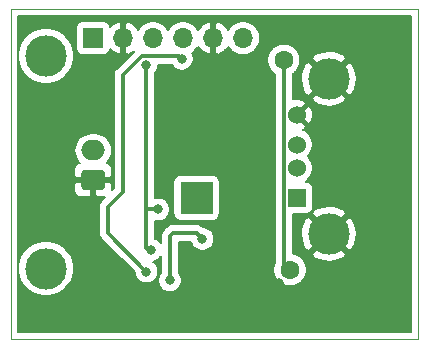
<source format=gbr>
%TF.GenerationSoftware,KiCad,Pcbnew,5.1.10-88a1d61d58~88~ubuntu18.04.1*%
%TF.CreationDate,2021-10-12T23:30:59-03:00*%
%TF.ProjectId,ConversorDCDC,436f6e76-6572-4736-9f72-444344432e6b,1.0*%
%TF.SameCoordinates,Original*%
%TF.FileFunction,Copper,L2,Bot*%
%TF.FilePolarity,Positive*%
%FSLAX46Y46*%
G04 Gerber Fmt 4.6, Leading zero omitted, Abs format (unit mm)*
G04 Created by KiCad (PCBNEW 5.1.10-88a1d61d58~88~ubuntu18.04.1) date 2021-10-12 23:30:59*
%MOMM*%
%LPD*%
G01*
G04 APERTURE LIST*
%TA.AperFunction,Profile*%
%ADD10C,0.050000*%
%TD*%
%TA.AperFunction,ComponentPad*%
%ADD11C,2.600000*%
%TD*%
%TA.AperFunction,ConnectorPad*%
%ADD12C,3.500000*%
%TD*%
%TA.AperFunction,ComponentPad*%
%ADD13C,0.500000*%
%TD*%
%TA.AperFunction,SMDPad,CuDef*%
%ADD14R,2.700000X2.700000*%
%TD*%
%TA.AperFunction,ComponentPad*%
%ADD15O,2.000000X1.700000*%
%TD*%
%TA.AperFunction,ComponentPad*%
%ADD16R,1.700000X1.700000*%
%TD*%
%TA.AperFunction,ComponentPad*%
%ADD17O,1.700000X1.700000*%
%TD*%
%TA.AperFunction,ComponentPad*%
%ADD18C,3.500000*%
%TD*%
%TA.AperFunction,ComponentPad*%
%ADD19R,1.524000X1.524000*%
%TD*%
%TA.AperFunction,ComponentPad*%
%ADD20C,1.524000*%
%TD*%
%TA.AperFunction,ViaPad*%
%ADD21C,0.800000*%
%TD*%
%TA.AperFunction,ViaPad*%
%ADD22C,1.600000*%
%TD*%
%TA.AperFunction,Conductor*%
%ADD23C,0.300000*%
%TD*%
%TA.AperFunction,Conductor*%
%ADD24C,0.200000*%
%TD*%
%TA.AperFunction,Conductor*%
%ADD25C,0.100000*%
%TD*%
G04 APERTURE END LIST*
D10*
X80000000Y-126500000D02*
X80000000Y-98500000D01*
X114500000Y-126500000D02*
X80000000Y-126500000D01*
X114500000Y-98500000D02*
X114500000Y-126500000D01*
X80000000Y-98500000D02*
X114500000Y-98500000D01*
D11*
%TO.P,H1,1*%
%TO.N,N/C*%
X83000000Y-102500000D03*
D12*
X83000000Y-102500000D03*
%TD*%
D13*
%TO.P,U1,17*%
%TO.N,Net-(U1-Pad17)*%
X96850000Y-115600000D03*
X95750000Y-115600000D03*
X94650000Y-115600000D03*
X96850000Y-114500000D03*
X95750000Y-114500000D03*
X94650000Y-114500000D03*
X96850000Y-113400000D03*
X95750000Y-113400000D03*
X94650000Y-113400000D03*
D14*
X95750000Y-114500000D03*
%TD*%
%TO.P,X2,1*%
%TO.N,GND*%
%TA.AperFunction,ComponentPad*%
G36*
G01*
X87750000Y-113850000D02*
X86250000Y-113850000D01*
G75*
G02*
X86000000Y-113600000I0J250000D01*
G01*
X86000000Y-112400000D01*
G75*
G02*
X86250000Y-112150000I250000J0D01*
G01*
X87750000Y-112150000D01*
G75*
G02*
X88000000Y-112400000I0J-250000D01*
G01*
X88000000Y-113600000D01*
G75*
G02*
X87750000Y-113850000I-250000J0D01*
G01*
G37*
%TD.AperFunction*%
D15*
%TO.P,X2,2*%
%TO.N,+BATT*%
X87000000Y-110500000D03*
%TD*%
D12*
%TO.P,H2,1*%
%TO.N,N/C*%
X83000000Y-120500000D03*
D11*
X83000000Y-120500000D03*
%TD*%
D16*
%TO.P,JP1,1*%
%TO.N,+BATT*%
X87000000Y-101000000D03*
D17*
%TO.P,JP1,2*%
%TO.N,GND*%
X89540000Y-101000000D03*
%TO.P,JP1,3*%
%TO.N,/ENABLE*%
X92080000Y-101000000D03*
%TO.P,JP1,4*%
%TO.N,/LBO*%
X94620000Y-101000000D03*
%TO.P,JP1,5*%
%TO.N,GND*%
X97160000Y-101000000D03*
%TO.P,JP1,6*%
%TO.N,+5V*%
X99700000Y-101000000D03*
%TD*%
D18*
%TO.P,CN1,5*%
%TO.N,GND*%
X106960000Y-104430000D03*
X106960000Y-117570000D03*
D19*
%TO.P,CN1,1*%
%TO.N,+5V*%
X104250000Y-114500000D03*
D20*
%TO.P,CN1,2*%
%TO.N,Net-(CN1-Pad2)*%
X104250000Y-112000000D03*
%TO.P,CN1,3*%
%TO.N,Net-(CN1-Pad3)*%
X104250000Y-110000000D03*
%TO.P,CN1,4*%
%TO.N,GND*%
X104250000Y-107500000D03*
%TD*%
D21*
%TO.N,GND*%
X99250000Y-121750000D03*
X102750000Y-121750000D03*
X92750000Y-113000000D03*
X94655331Y-109844669D03*
X106960000Y-111540000D03*
X106960000Y-108040000D03*
D22*
%TO.N,+5V*%
X103662500Y-120600000D03*
X103137999Y-102862001D03*
D21*
%TO.N,/ENABLE*%
X91912500Y-118912500D03*
X91500000Y-103250000D03*
X92500000Y-115500000D03*
%TO.N,/LBO*%
X94500000Y-102750000D03*
X91500000Y-120750000D03*
%TO.N,Net-(R3-Pad2)*%
X96250000Y-118000000D03*
X93500000Y-121500000D03*
%TD*%
D23*
%TO.N,GND*%
X99250000Y-121750000D02*
X102750000Y-121750000D01*
X92750000Y-113000000D02*
X92750000Y-111750000D01*
X92750000Y-111750000D02*
X94500000Y-110000000D01*
X94500000Y-110000000D02*
X94655331Y-109844669D01*
X106960000Y-111540000D02*
X106960000Y-108040000D01*
%TO.N,+5V*%
X103137999Y-120075499D02*
X103137999Y-102862001D01*
X103662500Y-120600000D02*
X103137999Y-120075499D01*
X103137999Y-102862001D02*
X103137999Y-102862001D01*
%TO.N,/ENABLE*%
X91912500Y-118912500D02*
X91662500Y-118912500D01*
X91662500Y-118912500D02*
X91500000Y-118750000D01*
X91500000Y-115500000D02*
X91500000Y-103250000D01*
X91500000Y-118750000D02*
X91500000Y-115500000D01*
X91500000Y-115500000D02*
X92500000Y-115500000D01*
%TO.N,/LBO*%
X94500000Y-102750000D02*
X94250000Y-102500000D01*
X94250000Y-102500000D02*
X91139999Y-102499999D01*
X91139999Y-102499999D02*
X90944999Y-102694999D01*
X89500000Y-104139998D02*
X89500000Y-114000000D01*
X90944999Y-102694999D02*
X89500000Y-104139998D01*
X89500000Y-114000000D02*
X88500000Y-115000000D01*
X88500000Y-115000000D02*
X88250000Y-115250000D01*
X88250000Y-115250000D02*
X88250000Y-117500000D01*
X88250000Y-117500000D02*
X91500000Y-120750000D01*
%TO.N,Net-(R3-Pad2)*%
X96250000Y-118000000D02*
X95750000Y-117500000D01*
X95750000Y-117500000D02*
X94000000Y-117500000D01*
X94000000Y-117500000D02*
X93750000Y-117500000D01*
X93750000Y-117500000D02*
X93500000Y-117750000D01*
X93500000Y-117750000D02*
X93500000Y-121500000D01*
X93500000Y-121500000D02*
X93500000Y-121500000D01*
%TD*%
D24*
%TO.N,GND*%
X113875001Y-125875000D02*
X80625000Y-125875000D01*
X80625000Y-120268545D01*
X80650000Y-120268545D01*
X80650000Y-120731455D01*
X80740309Y-121185470D01*
X80917457Y-121613143D01*
X81174636Y-121998038D01*
X81501962Y-122325364D01*
X81886857Y-122582543D01*
X82314530Y-122759691D01*
X82768545Y-122850000D01*
X83231455Y-122850000D01*
X83685470Y-122759691D01*
X84113143Y-122582543D01*
X84498038Y-122325364D01*
X84825364Y-121998038D01*
X85082543Y-121613143D01*
X85259691Y-121185470D01*
X85350000Y-120731455D01*
X85350000Y-120268545D01*
X85259691Y-119814530D01*
X85082543Y-119386857D01*
X84825364Y-119001962D01*
X84498038Y-118674636D01*
X84113143Y-118417457D01*
X83685470Y-118240309D01*
X83231455Y-118150000D01*
X82768545Y-118150000D01*
X82314530Y-118240309D01*
X81886857Y-118417457D01*
X81501962Y-118674636D01*
X81174636Y-119001962D01*
X80917457Y-119386857D01*
X80740309Y-119814530D01*
X80650000Y-120268545D01*
X80625000Y-120268545D01*
X80625000Y-113850000D01*
X85397097Y-113850000D01*
X85408682Y-113967621D01*
X85442990Y-114080721D01*
X85498704Y-114184955D01*
X85573683Y-114276317D01*
X85665045Y-114351296D01*
X85769279Y-114407010D01*
X85882379Y-114441318D01*
X86000000Y-114452903D01*
X86700000Y-114450000D01*
X86850000Y-114300000D01*
X86850000Y-113150000D01*
X87150000Y-113150000D01*
X87150000Y-114300000D01*
X87300000Y-114450000D01*
X87986493Y-114452847D01*
X87745719Y-114693622D01*
X87717105Y-114717105D01*
X87623381Y-114831308D01*
X87553739Y-114961600D01*
X87510853Y-115102975D01*
X87500000Y-115213166D01*
X87500000Y-115213173D01*
X87496373Y-115250000D01*
X87500000Y-115286828D01*
X87500001Y-117463163D01*
X87496373Y-117500000D01*
X87510853Y-117647025D01*
X87553739Y-117788400D01*
X87553740Y-117788401D01*
X87623382Y-117918693D01*
X87649838Y-117950929D01*
X87693624Y-118004283D01*
X87693625Y-118004284D01*
X87717106Y-118032895D01*
X87745715Y-118056374D01*
X90500000Y-120810660D01*
X90500000Y-120848491D01*
X90538429Y-121041689D01*
X90613811Y-121223678D01*
X90723249Y-121387463D01*
X90862537Y-121526751D01*
X91026322Y-121636189D01*
X91208311Y-121711571D01*
X91401509Y-121750000D01*
X91598491Y-121750000D01*
X91791689Y-121711571D01*
X91973678Y-121636189D01*
X92137463Y-121526751D01*
X92276751Y-121387463D01*
X92386189Y-121223678D01*
X92461571Y-121041689D01*
X92500000Y-120848491D01*
X92500000Y-120651509D01*
X92461571Y-120458311D01*
X92386189Y-120276322D01*
X92276751Y-120112537D01*
X92137463Y-119973249D01*
X92038390Y-119907050D01*
X92204189Y-119874071D01*
X92386178Y-119798689D01*
X92549963Y-119689251D01*
X92689251Y-119549963D01*
X92750000Y-119459045D01*
X92750001Y-120835785D01*
X92723249Y-120862537D01*
X92613811Y-121026322D01*
X92538429Y-121208311D01*
X92500000Y-121401509D01*
X92500000Y-121598491D01*
X92538429Y-121791689D01*
X92613811Y-121973678D01*
X92723249Y-122137463D01*
X92862537Y-122276751D01*
X93026322Y-122386189D01*
X93208311Y-122461571D01*
X93401509Y-122500000D01*
X93598491Y-122500000D01*
X93791689Y-122461571D01*
X93973678Y-122386189D01*
X94137463Y-122276751D01*
X94276751Y-122137463D01*
X94386189Y-121973678D01*
X94461571Y-121791689D01*
X94500000Y-121598491D01*
X94500000Y-121401509D01*
X94461571Y-121208311D01*
X94386189Y-121026322D01*
X94276751Y-120862537D01*
X94250000Y-120835786D01*
X94250000Y-118250000D01*
X95280137Y-118250000D01*
X95288429Y-118291689D01*
X95363811Y-118473678D01*
X95473249Y-118637463D01*
X95612537Y-118776751D01*
X95776322Y-118886189D01*
X95958311Y-118961571D01*
X96151509Y-119000000D01*
X96348491Y-119000000D01*
X96541689Y-118961571D01*
X96723678Y-118886189D01*
X96887463Y-118776751D01*
X97026751Y-118637463D01*
X97136189Y-118473678D01*
X97211571Y-118291689D01*
X97250000Y-118098491D01*
X97250000Y-117901509D01*
X97211571Y-117708311D01*
X97136189Y-117526322D01*
X97026751Y-117362537D01*
X96887463Y-117223249D01*
X96723678Y-117113811D01*
X96541689Y-117038429D01*
X96348491Y-117000000D01*
X96310659Y-117000000D01*
X96306379Y-116995720D01*
X96282895Y-116967105D01*
X96168693Y-116873381D01*
X96038401Y-116803739D01*
X95897026Y-116760853D01*
X95786835Y-116750000D01*
X95786827Y-116750000D01*
X95750000Y-116746373D01*
X95713173Y-116750000D01*
X93786824Y-116750000D01*
X93749999Y-116746373D01*
X93713174Y-116750000D01*
X93713165Y-116750000D01*
X93602974Y-116760853D01*
X93461599Y-116803739D01*
X93331307Y-116873381D01*
X93217105Y-116967105D01*
X93193625Y-116995715D01*
X92995719Y-117193622D01*
X92967105Y-117217105D01*
X92873381Y-117331308D01*
X92803739Y-117461600D01*
X92760853Y-117602975D01*
X92750000Y-117713166D01*
X92750000Y-117713173D01*
X92746373Y-117750000D01*
X92750000Y-117786828D01*
X92750000Y-118365954D01*
X92689251Y-118275037D01*
X92549963Y-118135749D01*
X92386178Y-118026311D01*
X92250000Y-117969904D01*
X92250000Y-116469863D01*
X92401509Y-116500000D01*
X92598491Y-116500000D01*
X92791689Y-116461571D01*
X92973678Y-116386189D01*
X93137463Y-116276751D01*
X93276751Y-116137463D01*
X93386189Y-115973678D01*
X93461571Y-115791689D01*
X93500000Y-115598491D01*
X93500000Y-115401509D01*
X93461571Y-115208311D01*
X93386189Y-115026322D01*
X93276751Y-114862537D01*
X93137463Y-114723249D01*
X92973678Y-114613811D01*
X92791689Y-114538429D01*
X92598491Y-114500000D01*
X92401509Y-114500000D01*
X92250000Y-114530137D01*
X92250000Y-113150000D01*
X93797097Y-113150000D01*
X93797097Y-115850000D01*
X93808682Y-115967621D01*
X93842990Y-116080721D01*
X93898704Y-116184955D01*
X93973683Y-116276317D01*
X94065045Y-116351296D01*
X94169279Y-116407010D01*
X94282379Y-116441318D01*
X94400000Y-116452903D01*
X97100000Y-116452903D01*
X97217621Y-116441318D01*
X97330721Y-116407010D01*
X97434955Y-116351296D01*
X97526317Y-116276317D01*
X97601296Y-116184955D01*
X97657010Y-116080721D01*
X97691318Y-115967621D01*
X97702903Y-115850000D01*
X97702903Y-113150000D01*
X97691318Y-113032379D01*
X97657010Y-112919279D01*
X97601296Y-112815045D01*
X97526317Y-112723683D01*
X97434955Y-112648704D01*
X97330721Y-112592990D01*
X97217621Y-112558682D01*
X97100000Y-112547097D01*
X94400000Y-112547097D01*
X94282379Y-112558682D01*
X94169279Y-112592990D01*
X94065045Y-112648704D01*
X93973683Y-112723683D01*
X93898704Y-112815045D01*
X93842990Y-112919279D01*
X93808682Y-113032379D01*
X93797097Y-113150000D01*
X92250000Y-113150000D01*
X92250000Y-103914214D01*
X92276751Y-103887463D01*
X92386189Y-103723678D01*
X92461571Y-103541689D01*
X92500000Y-103348491D01*
X92500000Y-103249999D01*
X93631399Y-103250000D01*
X93723249Y-103387463D01*
X93862537Y-103526751D01*
X94026322Y-103636189D01*
X94208311Y-103711571D01*
X94401509Y-103750000D01*
X94598491Y-103750000D01*
X94791689Y-103711571D01*
X94973678Y-103636189D01*
X95137463Y-103526751D01*
X95276751Y-103387463D01*
X95386189Y-103223678D01*
X95461571Y-103041689D01*
X95500000Y-102848491D01*
X95500000Y-102724113D01*
X101737999Y-102724113D01*
X101737999Y-102999889D01*
X101791800Y-103270366D01*
X101897335Y-103525150D01*
X102050548Y-103754449D01*
X102245551Y-103949452D01*
X102388000Y-104044634D01*
X102387999Y-120018541D01*
X102316301Y-120191635D01*
X102262500Y-120462112D01*
X102262500Y-120737888D01*
X102316301Y-121008365D01*
X102421836Y-121263149D01*
X102575049Y-121492448D01*
X102770052Y-121687451D01*
X102999351Y-121840664D01*
X103254135Y-121946199D01*
X103524612Y-122000000D01*
X103800388Y-122000000D01*
X104070865Y-121946199D01*
X104325649Y-121840664D01*
X104554948Y-121687451D01*
X104749951Y-121492448D01*
X104903164Y-121263149D01*
X105008699Y-121008365D01*
X105062500Y-120737888D01*
X105062500Y-120462112D01*
X105008699Y-120191635D01*
X104903164Y-119936851D01*
X104749951Y-119707552D01*
X104554948Y-119512549D01*
X104325649Y-119359336D01*
X104070865Y-119253801D01*
X103982077Y-119236140D01*
X105505992Y-119236140D01*
X105696177Y-119564699D01*
X106109607Y-119772931D01*
X106555717Y-119896506D01*
X107017364Y-119930674D01*
X107476806Y-119874123D01*
X107916387Y-119729026D01*
X108223823Y-119564699D01*
X108414008Y-119236140D01*
X106960000Y-117782132D01*
X105505992Y-119236140D01*
X103982077Y-119236140D01*
X103887999Y-119217427D01*
X103887999Y-117627364D01*
X104599326Y-117627364D01*
X104655877Y-118086806D01*
X104800974Y-118526387D01*
X104965301Y-118833823D01*
X105293860Y-119024008D01*
X106747868Y-117570000D01*
X107172132Y-117570000D01*
X108626140Y-119024008D01*
X108954699Y-118833823D01*
X109162931Y-118420393D01*
X109286506Y-117974283D01*
X109320674Y-117512636D01*
X109264123Y-117053194D01*
X109119026Y-116613613D01*
X108954699Y-116306177D01*
X108626140Y-116115992D01*
X107172132Y-117570000D01*
X106747868Y-117570000D01*
X105293860Y-116115992D01*
X104965301Y-116306177D01*
X104757069Y-116719607D01*
X104633494Y-117165717D01*
X104599326Y-117627364D01*
X103887999Y-117627364D01*
X103887999Y-115903860D01*
X105505992Y-115903860D01*
X106960000Y-117357868D01*
X108414008Y-115903860D01*
X108223823Y-115575301D01*
X107810393Y-115367069D01*
X107364283Y-115243494D01*
X106902636Y-115209326D01*
X106443194Y-115265877D01*
X106003613Y-115410974D01*
X105696177Y-115575301D01*
X105505992Y-115903860D01*
X103887999Y-115903860D01*
X103887999Y-115864903D01*
X105012000Y-115864903D01*
X105129621Y-115853318D01*
X105242721Y-115819010D01*
X105346955Y-115763296D01*
X105438317Y-115688317D01*
X105513296Y-115596955D01*
X105569010Y-115492721D01*
X105603318Y-115379621D01*
X105614903Y-115262000D01*
X105614903Y-113738000D01*
X105603318Y-113620379D01*
X105569010Y-113507279D01*
X105513296Y-113403045D01*
X105438317Y-113311683D01*
X105346955Y-113236704D01*
X105242721Y-113180990D01*
X105129621Y-113146682D01*
X105012000Y-113135097D01*
X105002742Y-113135097D01*
X105118224Y-113057934D01*
X105307934Y-112868224D01*
X105456989Y-112645149D01*
X105559659Y-112397281D01*
X105612000Y-112134145D01*
X105612000Y-111865855D01*
X105559659Y-111602719D01*
X105456989Y-111354851D01*
X105307934Y-111131776D01*
X105176158Y-111000000D01*
X105307934Y-110868224D01*
X105456989Y-110645149D01*
X105559659Y-110397281D01*
X105612000Y-110134145D01*
X105612000Y-109865855D01*
X105559659Y-109602719D01*
X105456989Y-109354851D01*
X105307934Y-109131776D01*
X105118224Y-108942066D01*
X104895149Y-108793011D01*
X104792817Y-108750624D01*
X104861567Y-108724347D01*
X104928238Y-108688710D01*
X104999054Y-108461187D01*
X104250000Y-107712132D01*
X104235858Y-107726275D01*
X104023726Y-107514143D01*
X104037868Y-107500000D01*
X104462132Y-107500000D01*
X105211187Y-108249054D01*
X105438710Y-108178238D01*
X105548187Y-107933301D01*
X105607776Y-107671712D01*
X105615186Y-107403524D01*
X105570132Y-107139042D01*
X105474347Y-106888433D01*
X105438710Y-106821762D01*
X105211187Y-106750946D01*
X104462132Y-107500000D01*
X104037868Y-107500000D01*
X104023726Y-107485858D01*
X104235858Y-107273726D01*
X104250000Y-107287868D01*
X104999054Y-106538813D01*
X104928238Y-106311290D01*
X104683301Y-106201813D01*
X104421712Y-106142224D01*
X104153524Y-106134814D01*
X103889042Y-106179868D01*
X103887999Y-106180267D01*
X103887999Y-106096140D01*
X105505992Y-106096140D01*
X105696177Y-106424699D01*
X106109607Y-106632931D01*
X106555717Y-106756506D01*
X107017364Y-106790674D01*
X107476806Y-106734123D01*
X107916387Y-106589026D01*
X108223823Y-106424699D01*
X108414008Y-106096140D01*
X106960000Y-104642132D01*
X105505992Y-106096140D01*
X103887999Y-106096140D01*
X103887999Y-104487364D01*
X104599326Y-104487364D01*
X104655877Y-104946806D01*
X104800974Y-105386387D01*
X104965301Y-105693823D01*
X105293860Y-105884008D01*
X106747868Y-104430000D01*
X107172132Y-104430000D01*
X108626140Y-105884008D01*
X108954699Y-105693823D01*
X109162931Y-105280393D01*
X109286506Y-104834283D01*
X109320674Y-104372636D01*
X109264123Y-103913194D01*
X109119026Y-103473613D01*
X108954699Y-103166177D01*
X108626140Y-102975992D01*
X107172132Y-104430000D01*
X106747868Y-104430000D01*
X105293860Y-102975992D01*
X104965301Y-103166177D01*
X104757069Y-103579607D01*
X104633494Y-104025717D01*
X104599326Y-104487364D01*
X103887999Y-104487364D01*
X103887999Y-104044633D01*
X104030447Y-103949452D01*
X104225450Y-103754449D01*
X104378663Y-103525150D01*
X104484198Y-103270366D01*
X104537999Y-102999889D01*
X104537999Y-102763860D01*
X105505992Y-102763860D01*
X106960000Y-104217868D01*
X108414008Y-102763860D01*
X108223823Y-102435301D01*
X107810393Y-102227069D01*
X107364283Y-102103494D01*
X106902636Y-102069326D01*
X106443194Y-102125877D01*
X106003613Y-102270974D01*
X105696177Y-102435301D01*
X105505992Y-102763860D01*
X104537999Y-102763860D01*
X104537999Y-102724113D01*
X104484198Y-102453636D01*
X104378663Y-102198852D01*
X104225450Y-101969553D01*
X104030447Y-101774550D01*
X103801148Y-101621337D01*
X103546364Y-101515802D01*
X103275887Y-101462001D01*
X103000111Y-101462001D01*
X102729634Y-101515802D01*
X102474850Y-101621337D01*
X102245551Y-101774550D01*
X102050548Y-101969553D01*
X101897335Y-102198852D01*
X101791800Y-102453636D01*
X101737999Y-102724113D01*
X95500000Y-102724113D01*
X95500000Y-102651509D01*
X95461571Y-102458311D01*
X95386189Y-102276322D01*
X95365691Y-102245645D01*
X95544321Y-102126289D01*
X95746289Y-101924321D01*
X95896141Y-101700050D01*
X96008674Y-101881457D01*
X96202760Y-102089133D01*
X96433632Y-102254954D01*
X96692418Y-102372548D01*
X96786234Y-102401000D01*
X97010000Y-102291317D01*
X97010000Y-101150000D01*
X96990000Y-101150000D01*
X96990000Y-100850000D01*
X97010000Y-100850000D01*
X97010000Y-99708683D01*
X97310000Y-99708683D01*
X97310000Y-100850000D01*
X97330000Y-100850000D01*
X97330000Y-101150000D01*
X97310000Y-101150000D01*
X97310000Y-102291317D01*
X97533766Y-102401000D01*
X97627582Y-102372548D01*
X97886368Y-102254954D01*
X98117240Y-102089133D01*
X98311326Y-101881457D01*
X98423859Y-101700050D01*
X98573711Y-101924321D01*
X98775679Y-102126289D01*
X99013167Y-102284973D01*
X99277051Y-102394277D01*
X99557187Y-102450000D01*
X99842813Y-102450000D01*
X100122949Y-102394277D01*
X100386833Y-102284973D01*
X100624321Y-102126289D01*
X100826289Y-101924321D01*
X100984973Y-101686833D01*
X101094277Y-101422949D01*
X101150000Y-101142813D01*
X101150000Y-100857187D01*
X101094277Y-100577051D01*
X100984973Y-100313167D01*
X100826289Y-100075679D01*
X100624321Y-99873711D01*
X100386833Y-99715027D01*
X100122949Y-99605723D01*
X99842813Y-99550000D01*
X99557187Y-99550000D01*
X99277051Y-99605723D01*
X99013167Y-99715027D01*
X98775679Y-99873711D01*
X98573711Y-100075679D01*
X98423859Y-100299950D01*
X98311326Y-100118543D01*
X98117240Y-99910867D01*
X97886368Y-99745046D01*
X97627582Y-99627452D01*
X97533766Y-99599000D01*
X97310000Y-99708683D01*
X97010000Y-99708683D01*
X96786234Y-99599000D01*
X96692418Y-99627452D01*
X96433632Y-99745046D01*
X96202760Y-99910867D01*
X96008674Y-100118543D01*
X95896141Y-100299950D01*
X95746289Y-100075679D01*
X95544321Y-99873711D01*
X95306833Y-99715027D01*
X95042949Y-99605723D01*
X94762813Y-99550000D01*
X94477187Y-99550000D01*
X94197051Y-99605723D01*
X93933167Y-99715027D01*
X93695679Y-99873711D01*
X93493711Y-100075679D01*
X93350000Y-100290758D01*
X93206289Y-100075679D01*
X93004321Y-99873711D01*
X92766833Y-99715027D01*
X92502949Y-99605723D01*
X92222813Y-99550000D01*
X91937187Y-99550000D01*
X91657051Y-99605723D01*
X91393167Y-99715027D01*
X91155679Y-99873711D01*
X90953711Y-100075679D01*
X90803859Y-100299950D01*
X90691326Y-100118543D01*
X90497240Y-99910867D01*
X90266368Y-99745046D01*
X90007582Y-99627452D01*
X89913766Y-99599000D01*
X89690000Y-99708683D01*
X89690000Y-100850000D01*
X89710000Y-100850000D01*
X89710000Y-101150000D01*
X89690000Y-101150000D01*
X89690000Y-102291317D01*
X89913766Y-102401000D01*
X90007582Y-102372548D01*
X90266368Y-102254954D01*
X90472276Y-102107063D01*
X90440721Y-102138618D01*
X90440715Y-102138623D01*
X88995719Y-103583620D01*
X88967105Y-103607103D01*
X88873381Y-103721306D01*
X88803739Y-103851598D01*
X88760853Y-103992973D01*
X88750000Y-104103164D01*
X88750000Y-104103171D01*
X88746373Y-104139998D01*
X88750000Y-104176825D01*
X88750001Y-113689339D01*
X88602832Y-113836509D01*
X88600000Y-113300000D01*
X88450000Y-113150000D01*
X87150000Y-113150000D01*
X86850000Y-113150000D01*
X85550000Y-113150000D01*
X85400000Y-113300000D01*
X85397097Y-113850000D01*
X80625000Y-113850000D01*
X80625000Y-110500000D01*
X85392985Y-110500000D01*
X85420981Y-110784250D01*
X85503894Y-111057576D01*
X85638536Y-111309474D01*
X85819735Y-111530265D01*
X85861922Y-111564887D01*
X85769279Y-111592990D01*
X85665045Y-111648704D01*
X85573683Y-111723683D01*
X85498704Y-111815045D01*
X85442990Y-111919279D01*
X85408682Y-112032379D01*
X85397097Y-112150000D01*
X85400000Y-112700000D01*
X85550000Y-112850000D01*
X86850000Y-112850000D01*
X86850000Y-112830000D01*
X87150000Y-112830000D01*
X87150000Y-112850000D01*
X88450000Y-112850000D01*
X88600000Y-112700000D01*
X88602903Y-112150000D01*
X88591318Y-112032379D01*
X88557010Y-111919279D01*
X88501296Y-111815045D01*
X88426317Y-111723683D01*
X88334955Y-111648704D01*
X88230721Y-111592990D01*
X88138078Y-111564887D01*
X88180265Y-111530265D01*
X88361464Y-111309474D01*
X88496106Y-111057576D01*
X88579019Y-110784250D01*
X88607015Y-110500000D01*
X88579019Y-110215750D01*
X88496106Y-109942424D01*
X88361464Y-109690526D01*
X88180265Y-109469735D01*
X87959474Y-109288536D01*
X87707576Y-109153894D01*
X87434250Y-109070981D01*
X87221225Y-109050000D01*
X86778775Y-109050000D01*
X86565750Y-109070981D01*
X86292424Y-109153894D01*
X86040526Y-109288536D01*
X85819735Y-109469735D01*
X85638536Y-109690526D01*
X85503894Y-109942424D01*
X85420981Y-110215750D01*
X85392985Y-110500000D01*
X80625000Y-110500000D01*
X80625000Y-102268545D01*
X80650000Y-102268545D01*
X80650000Y-102731455D01*
X80740309Y-103185470D01*
X80917457Y-103613143D01*
X81174636Y-103998038D01*
X81501962Y-104325364D01*
X81886857Y-104582543D01*
X82314530Y-104759691D01*
X82768545Y-104850000D01*
X83231455Y-104850000D01*
X83685470Y-104759691D01*
X84113143Y-104582543D01*
X84498038Y-104325364D01*
X84825364Y-103998038D01*
X85082543Y-103613143D01*
X85259691Y-103185470D01*
X85350000Y-102731455D01*
X85350000Y-102268545D01*
X85259691Y-101814530D01*
X85082543Y-101386857D01*
X84825364Y-101001962D01*
X84498038Y-100674636D01*
X84113143Y-100417457D01*
X83685470Y-100240309D01*
X83231455Y-100150000D01*
X85547097Y-100150000D01*
X85547097Y-101850000D01*
X85558682Y-101967621D01*
X85592990Y-102080721D01*
X85648704Y-102184955D01*
X85723683Y-102276317D01*
X85815045Y-102351296D01*
X85919279Y-102407010D01*
X86032379Y-102441318D01*
X86150000Y-102452903D01*
X87850000Y-102452903D01*
X87967621Y-102441318D01*
X88080721Y-102407010D01*
X88184955Y-102351296D01*
X88276317Y-102276317D01*
X88351296Y-102184955D01*
X88407010Y-102080721D01*
X88441318Y-101967621D01*
X88443976Y-101940632D01*
X88582760Y-102089133D01*
X88813632Y-102254954D01*
X89072418Y-102372548D01*
X89166234Y-102401000D01*
X89390000Y-102291317D01*
X89390000Y-101150000D01*
X89370000Y-101150000D01*
X89370000Y-100850000D01*
X89390000Y-100850000D01*
X89390000Y-99708683D01*
X89166234Y-99599000D01*
X89072418Y-99627452D01*
X88813632Y-99745046D01*
X88582760Y-99910867D01*
X88443976Y-100059368D01*
X88441318Y-100032379D01*
X88407010Y-99919279D01*
X88351296Y-99815045D01*
X88276317Y-99723683D01*
X88184955Y-99648704D01*
X88080721Y-99592990D01*
X87967621Y-99558682D01*
X87850000Y-99547097D01*
X86150000Y-99547097D01*
X86032379Y-99558682D01*
X85919279Y-99592990D01*
X85815045Y-99648704D01*
X85723683Y-99723683D01*
X85648704Y-99815045D01*
X85592990Y-99919279D01*
X85558682Y-100032379D01*
X85547097Y-100150000D01*
X83231455Y-100150000D01*
X82768545Y-100150000D01*
X82314530Y-100240309D01*
X81886857Y-100417457D01*
X81501962Y-100674636D01*
X81174636Y-101001962D01*
X80917457Y-101386857D01*
X80740309Y-101814530D01*
X80650000Y-102268545D01*
X80625000Y-102268545D01*
X80625000Y-99125000D01*
X113875000Y-99125000D01*
X113875001Y-125875000D01*
%TA.AperFunction,Conductor*%
D25*
G36*
X113875001Y-125875000D02*
G01*
X80625000Y-125875000D01*
X80625000Y-120268545D01*
X80650000Y-120268545D01*
X80650000Y-120731455D01*
X80740309Y-121185470D01*
X80917457Y-121613143D01*
X81174636Y-121998038D01*
X81501962Y-122325364D01*
X81886857Y-122582543D01*
X82314530Y-122759691D01*
X82768545Y-122850000D01*
X83231455Y-122850000D01*
X83685470Y-122759691D01*
X84113143Y-122582543D01*
X84498038Y-122325364D01*
X84825364Y-121998038D01*
X85082543Y-121613143D01*
X85259691Y-121185470D01*
X85350000Y-120731455D01*
X85350000Y-120268545D01*
X85259691Y-119814530D01*
X85082543Y-119386857D01*
X84825364Y-119001962D01*
X84498038Y-118674636D01*
X84113143Y-118417457D01*
X83685470Y-118240309D01*
X83231455Y-118150000D01*
X82768545Y-118150000D01*
X82314530Y-118240309D01*
X81886857Y-118417457D01*
X81501962Y-118674636D01*
X81174636Y-119001962D01*
X80917457Y-119386857D01*
X80740309Y-119814530D01*
X80650000Y-120268545D01*
X80625000Y-120268545D01*
X80625000Y-113850000D01*
X85397097Y-113850000D01*
X85408682Y-113967621D01*
X85442990Y-114080721D01*
X85498704Y-114184955D01*
X85573683Y-114276317D01*
X85665045Y-114351296D01*
X85769279Y-114407010D01*
X85882379Y-114441318D01*
X86000000Y-114452903D01*
X86700000Y-114450000D01*
X86850000Y-114300000D01*
X86850000Y-113150000D01*
X87150000Y-113150000D01*
X87150000Y-114300000D01*
X87300000Y-114450000D01*
X87986493Y-114452847D01*
X87745719Y-114693622D01*
X87717105Y-114717105D01*
X87623381Y-114831308D01*
X87553739Y-114961600D01*
X87510853Y-115102975D01*
X87500000Y-115213166D01*
X87500000Y-115213173D01*
X87496373Y-115250000D01*
X87500000Y-115286828D01*
X87500001Y-117463163D01*
X87496373Y-117500000D01*
X87510853Y-117647025D01*
X87553739Y-117788400D01*
X87553740Y-117788401D01*
X87623382Y-117918693D01*
X87649838Y-117950929D01*
X87693624Y-118004283D01*
X87693625Y-118004284D01*
X87717106Y-118032895D01*
X87745715Y-118056374D01*
X90500000Y-120810660D01*
X90500000Y-120848491D01*
X90538429Y-121041689D01*
X90613811Y-121223678D01*
X90723249Y-121387463D01*
X90862537Y-121526751D01*
X91026322Y-121636189D01*
X91208311Y-121711571D01*
X91401509Y-121750000D01*
X91598491Y-121750000D01*
X91791689Y-121711571D01*
X91973678Y-121636189D01*
X92137463Y-121526751D01*
X92276751Y-121387463D01*
X92386189Y-121223678D01*
X92461571Y-121041689D01*
X92500000Y-120848491D01*
X92500000Y-120651509D01*
X92461571Y-120458311D01*
X92386189Y-120276322D01*
X92276751Y-120112537D01*
X92137463Y-119973249D01*
X92038390Y-119907050D01*
X92204189Y-119874071D01*
X92386178Y-119798689D01*
X92549963Y-119689251D01*
X92689251Y-119549963D01*
X92750000Y-119459045D01*
X92750001Y-120835785D01*
X92723249Y-120862537D01*
X92613811Y-121026322D01*
X92538429Y-121208311D01*
X92500000Y-121401509D01*
X92500000Y-121598491D01*
X92538429Y-121791689D01*
X92613811Y-121973678D01*
X92723249Y-122137463D01*
X92862537Y-122276751D01*
X93026322Y-122386189D01*
X93208311Y-122461571D01*
X93401509Y-122500000D01*
X93598491Y-122500000D01*
X93791689Y-122461571D01*
X93973678Y-122386189D01*
X94137463Y-122276751D01*
X94276751Y-122137463D01*
X94386189Y-121973678D01*
X94461571Y-121791689D01*
X94500000Y-121598491D01*
X94500000Y-121401509D01*
X94461571Y-121208311D01*
X94386189Y-121026322D01*
X94276751Y-120862537D01*
X94250000Y-120835786D01*
X94250000Y-118250000D01*
X95280137Y-118250000D01*
X95288429Y-118291689D01*
X95363811Y-118473678D01*
X95473249Y-118637463D01*
X95612537Y-118776751D01*
X95776322Y-118886189D01*
X95958311Y-118961571D01*
X96151509Y-119000000D01*
X96348491Y-119000000D01*
X96541689Y-118961571D01*
X96723678Y-118886189D01*
X96887463Y-118776751D01*
X97026751Y-118637463D01*
X97136189Y-118473678D01*
X97211571Y-118291689D01*
X97250000Y-118098491D01*
X97250000Y-117901509D01*
X97211571Y-117708311D01*
X97136189Y-117526322D01*
X97026751Y-117362537D01*
X96887463Y-117223249D01*
X96723678Y-117113811D01*
X96541689Y-117038429D01*
X96348491Y-117000000D01*
X96310659Y-117000000D01*
X96306379Y-116995720D01*
X96282895Y-116967105D01*
X96168693Y-116873381D01*
X96038401Y-116803739D01*
X95897026Y-116760853D01*
X95786835Y-116750000D01*
X95786827Y-116750000D01*
X95750000Y-116746373D01*
X95713173Y-116750000D01*
X93786824Y-116750000D01*
X93749999Y-116746373D01*
X93713174Y-116750000D01*
X93713165Y-116750000D01*
X93602974Y-116760853D01*
X93461599Y-116803739D01*
X93331307Y-116873381D01*
X93217105Y-116967105D01*
X93193625Y-116995715D01*
X92995719Y-117193622D01*
X92967105Y-117217105D01*
X92873381Y-117331308D01*
X92803739Y-117461600D01*
X92760853Y-117602975D01*
X92750000Y-117713166D01*
X92750000Y-117713173D01*
X92746373Y-117750000D01*
X92750000Y-117786828D01*
X92750000Y-118365954D01*
X92689251Y-118275037D01*
X92549963Y-118135749D01*
X92386178Y-118026311D01*
X92250000Y-117969904D01*
X92250000Y-116469863D01*
X92401509Y-116500000D01*
X92598491Y-116500000D01*
X92791689Y-116461571D01*
X92973678Y-116386189D01*
X93137463Y-116276751D01*
X93276751Y-116137463D01*
X93386189Y-115973678D01*
X93461571Y-115791689D01*
X93500000Y-115598491D01*
X93500000Y-115401509D01*
X93461571Y-115208311D01*
X93386189Y-115026322D01*
X93276751Y-114862537D01*
X93137463Y-114723249D01*
X92973678Y-114613811D01*
X92791689Y-114538429D01*
X92598491Y-114500000D01*
X92401509Y-114500000D01*
X92250000Y-114530137D01*
X92250000Y-113150000D01*
X93797097Y-113150000D01*
X93797097Y-115850000D01*
X93808682Y-115967621D01*
X93842990Y-116080721D01*
X93898704Y-116184955D01*
X93973683Y-116276317D01*
X94065045Y-116351296D01*
X94169279Y-116407010D01*
X94282379Y-116441318D01*
X94400000Y-116452903D01*
X97100000Y-116452903D01*
X97217621Y-116441318D01*
X97330721Y-116407010D01*
X97434955Y-116351296D01*
X97526317Y-116276317D01*
X97601296Y-116184955D01*
X97657010Y-116080721D01*
X97691318Y-115967621D01*
X97702903Y-115850000D01*
X97702903Y-113150000D01*
X97691318Y-113032379D01*
X97657010Y-112919279D01*
X97601296Y-112815045D01*
X97526317Y-112723683D01*
X97434955Y-112648704D01*
X97330721Y-112592990D01*
X97217621Y-112558682D01*
X97100000Y-112547097D01*
X94400000Y-112547097D01*
X94282379Y-112558682D01*
X94169279Y-112592990D01*
X94065045Y-112648704D01*
X93973683Y-112723683D01*
X93898704Y-112815045D01*
X93842990Y-112919279D01*
X93808682Y-113032379D01*
X93797097Y-113150000D01*
X92250000Y-113150000D01*
X92250000Y-103914214D01*
X92276751Y-103887463D01*
X92386189Y-103723678D01*
X92461571Y-103541689D01*
X92500000Y-103348491D01*
X92500000Y-103249999D01*
X93631399Y-103250000D01*
X93723249Y-103387463D01*
X93862537Y-103526751D01*
X94026322Y-103636189D01*
X94208311Y-103711571D01*
X94401509Y-103750000D01*
X94598491Y-103750000D01*
X94791689Y-103711571D01*
X94973678Y-103636189D01*
X95137463Y-103526751D01*
X95276751Y-103387463D01*
X95386189Y-103223678D01*
X95461571Y-103041689D01*
X95500000Y-102848491D01*
X95500000Y-102724113D01*
X101737999Y-102724113D01*
X101737999Y-102999889D01*
X101791800Y-103270366D01*
X101897335Y-103525150D01*
X102050548Y-103754449D01*
X102245551Y-103949452D01*
X102388000Y-104044634D01*
X102387999Y-120018541D01*
X102316301Y-120191635D01*
X102262500Y-120462112D01*
X102262500Y-120737888D01*
X102316301Y-121008365D01*
X102421836Y-121263149D01*
X102575049Y-121492448D01*
X102770052Y-121687451D01*
X102999351Y-121840664D01*
X103254135Y-121946199D01*
X103524612Y-122000000D01*
X103800388Y-122000000D01*
X104070865Y-121946199D01*
X104325649Y-121840664D01*
X104554948Y-121687451D01*
X104749951Y-121492448D01*
X104903164Y-121263149D01*
X105008699Y-121008365D01*
X105062500Y-120737888D01*
X105062500Y-120462112D01*
X105008699Y-120191635D01*
X104903164Y-119936851D01*
X104749951Y-119707552D01*
X104554948Y-119512549D01*
X104325649Y-119359336D01*
X104070865Y-119253801D01*
X103982077Y-119236140D01*
X105505992Y-119236140D01*
X105696177Y-119564699D01*
X106109607Y-119772931D01*
X106555717Y-119896506D01*
X107017364Y-119930674D01*
X107476806Y-119874123D01*
X107916387Y-119729026D01*
X108223823Y-119564699D01*
X108414008Y-119236140D01*
X106960000Y-117782132D01*
X105505992Y-119236140D01*
X103982077Y-119236140D01*
X103887999Y-119217427D01*
X103887999Y-117627364D01*
X104599326Y-117627364D01*
X104655877Y-118086806D01*
X104800974Y-118526387D01*
X104965301Y-118833823D01*
X105293860Y-119024008D01*
X106747868Y-117570000D01*
X107172132Y-117570000D01*
X108626140Y-119024008D01*
X108954699Y-118833823D01*
X109162931Y-118420393D01*
X109286506Y-117974283D01*
X109320674Y-117512636D01*
X109264123Y-117053194D01*
X109119026Y-116613613D01*
X108954699Y-116306177D01*
X108626140Y-116115992D01*
X107172132Y-117570000D01*
X106747868Y-117570000D01*
X105293860Y-116115992D01*
X104965301Y-116306177D01*
X104757069Y-116719607D01*
X104633494Y-117165717D01*
X104599326Y-117627364D01*
X103887999Y-117627364D01*
X103887999Y-115903860D01*
X105505992Y-115903860D01*
X106960000Y-117357868D01*
X108414008Y-115903860D01*
X108223823Y-115575301D01*
X107810393Y-115367069D01*
X107364283Y-115243494D01*
X106902636Y-115209326D01*
X106443194Y-115265877D01*
X106003613Y-115410974D01*
X105696177Y-115575301D01*
X105505992Y-115903860D01*
X103887999Y-115903860D01*
X103887999Y-115864903D01*
X105012000Y-115864903D01*
X105129621Y-115853318D01*
X105242721Y-115819010D01*
X105346955Y-115763296D01*
X105438317Y-115688317D01*
X105513296Y-115596955D01*
X105569010Y-115492721D01*
X105603318Y-115379621D01*
X105614903Y-115262000D01*
X105614903Y-113738000D01*
X105603318Y-113620379D01*
X105569010Y-113507279D01*
X105513296Y-113403045D01*
X105438317Y-113311683D01*
X105346955Y-113236704D01*
X105242721Y-113180990D01*
X105129621Y-113146682D01*
X105012000Y-113135097D01*
X105002742Y-113135097D01*
X105118224Y-113057934D01*
X105307934Y-112868224D01*
X105456989Y-112645149D01*
X105559659Y-112397281D01*
X105612000Y-112134145D01*
X105612000Y-111865855D01*
X105559659Y-111602719D01*
X105456989Y-111354851D01*
X105307934Y-111131776D01*
X105176158Y-111000000D01*
X105307934Y-110868224D01*
X105456989Y-110645149D01*
X105559659Y-110397281D01*
X105612000Y-110134145D01*
X105612000Y-109865855D01*
X105559659Y-109602719D01*
X105456989Y-109354851D01*
X105307934Y-109131776D01*
X105118224Y-108942066D01*
X104895149Y-108793011D01*
X104792817Y-108750624D01*
X104861567Y-108724347D01*
X104928238Y-108688710D01*
X104999054Y-108461187D01*
X104250000Y-107712132D01*
X104235858Y-107726275D01*
X104023726Y-107514143D01*
X104037868Y-107500000D01*
X104462132Y-107500000D01*
X105211187Y-108249054D01*
X105438710Y-108178238D01*
X105548187Y-107933301D01*
X105607776Y-107671712D01*
X105615186Y-107403524D01*
X105570132Y-107139042D01*
X105474347Y-106888433D01*
X105438710Y-106821762D01*
X105211187Y-106750946D01*
X104462132Y-107500000D01*
X104037868Y-107500000D01*
X104023726Y-107485858D01*
X104235858Y-107273726D01*
X104250000Y-107287868D01*
X104999054Y-106538813D01*
X104928238Y-106311290D01*
X104683301Y-106201813D01*
X104421712Y-106142224D01*
X104153524Y-106134814D01*
X103889042Y-106179868D01*
X103887999Y-106180267D01*
X103887999Y-106096140D01*
X105505992Y-106096140D01*
X105696177Y-106424699D01*
X106109607Y-106632931D01*
X106555717Y-106756506D01*
X107017364Y-106790674D01*
X107476806Y-106734123D01*
X107916387Y-106589026D01*
X108223823Y-106424699D01*
X108414008Y-106096140D01*
X106960000Y-104642132D01*
X105505992Y-106096140D01*
X103887999Y-106096140D01*
X103887999Y-104487364D01*
X104599326Y-104487364D01*
X104655877Y-104946806D01*
X104800974Y-105386387D01*
X104965301Y-105693823D01*
X105293860Y-105884008D01*
X106747868Y-104430000D01*
X107172132Y-104430000D01*
X108626140Y-105884008D01*
X108954699Y-105693823D01*
X109162931Y-105280393D01*
X109286506Y-104834283D01*
X109320674Y-104372636D01*
X109264123Y-103913194D01*
X109119026Y-103473613D01*
X108954699Y-103166177D01*
X108626140Y-102975992D01*
X107172132Y-104430000D01*
X106747868Y-104430000D01*
X105293860Y-102975992D01*
X104965301Y-103166177D01*
X104757069Y-103579607D01*
X104633494Y-104025717D01*
X104599326Y-104487364D01*
X103887999Y-104487364D01*
X103887999Y-104044633D01*
X104030447Y-103949452D01*
X104225450Y-103754449D01*
X104378663Y-103525150D01*
X104484198Y-103270366D01*
X104537999Y-102999889D01*
X104537999Y-102763860D01*
X105505992Y-102763860D01*
X106960000Y-104217868D01*
X108414008Y-102763860D01*
X108223823Y-102435301D01*
X107810393Y-102227069D01*
X107364283Y-102103494D01*
X106902636Y-102069326D01*
X106443194Y-102125877D01*
X106003613Y-102270974D01*
X105696177Y-102435301D01*
X105505992Y-102763860D01*
X104537999Y-102763860D01*
X104537999Y-102724113D01*
X104484198Y-102453636D01*
X104378663Y-102198852D01*
X104225450Y-101969553D01*
X104030447Y-101774550D01*
X103801148Y-101621337D01*
X103546364Y-101515802D01*
X103275887Y-101462001D01*
X103000111Y-101462001D01*
X102729634Y-101515802D01*
X102474850Y-101621337D01*
X102245551Y-101774550D01*
X102050548Y-101969553D01*
X101897335Y-102198852D01*
X101791800Y-102453636D01*
X101737999Y-102724113D01*
X95500000Y-102724113D01*
X95500000Y-102651509D01*
X95461571Y-102458311D01*
X95386189Y-102276322D01*
X95365691Y-102245645D01*
X95544321Y-102126289D01*
X95746289Y-101924321D01*
X95896141Y-101700050D01*
X96008674Y-101881457D01*
X96202760Y-102089133D01*
X96433632Y-102254954D01*
X96692418Y-102372548D01*
X96786234Y-102401000D01*
X97010000Y-102291317D01*
X97010000Y-101150000D01*
X96990000Y-101150000D01*
X96990000Y-100850000D01*
X97010000Y-100850000D01*
X97010000Y-99708683D01*
X97310000Y-99708683D01*
X97310000Y-100850000D01*
X97330000Y-100850000D01*
X97330000Y-101150000D01*
X97310000Y-101150000D01*
X97310000Y-102291317D01*
X97533766Y-102401000D01*
X97627582Y-102372548D01*
X97886368Y-102254954D01*
X98117240Y-102089133D01*
X98311326Y-101881457D01*
X98423859Y-101700050D01*
X98573711Y-101924321D01*
X98775679Y-102126289D01*
X99013167Y-102284973D01*
X99277051Y-102394277D01*
X99557187Y-102450000D01*
X99842813Y-102450000D01*
X100122949Y-102394277D01*
X100386833Y-102284973D01*
X100624321Y-102126289D01*
X100826289Y-101924321D01*
X100984973Y-101686833D01*
X101094277Y-101422949D01*
X101150000Y-101142813D01*
X101150000Y-100857187D01*
X101094277Y-100577051D01*
X100984973Y-100313167D01*
X100826289Y-100075679D01*
X100624321Y-99873711D01*
X100386833Y-99715027D01*
X100122949Y-99605723D01*
X99842813Y-99550000D01*
X99557187Y-99550000D01*
X99277051Y-99605723D01*
X99013167Y-99715027D01*
X98775679Y-99873711D01*
X98573711Y-100075679D01*
X98423859Y-100299950D01*
X98311326Y-100118543D01*
X98117240Y-99910867D01*
X97886368Y-99745046D01*
X97627582Y-99627452D01*
X97533766Y-99599000D01*
X97310000Y-99708683D01*
X97010000Y-99708683D01*
X96786234Y-99599000D01*
X96692418Y-99627452D01*
X96433632Y-99745046D01*
X96202760Y-99910867D01*
X96008674Y-100118543D01*
X95896141Y-100299950D01*
X95746289Y-100075679D01*
X95544321Y-99873711D01*
X95306833Y-99715027D01*
X95042949Y-99605723D01*
X94762813Y-99550000D01*
X94477187Y-99550000D01*
X94197051Y-99605723D01*
X93933167Y-99715027D01*
X93695679Y-99873711D01*
X93493711Y-100075679D01*
X93350000Y-100290758D01*
X93206289Y-100075679D01*
X93004321Y-99873711D01*
X92766833Y-99715027D01*
X92502949Y-99605723D01*
X92222813Y-99550000D01*
X91937187Y-99550000D01*
X91657051Y-99605723D01*
X91393167Y-99715027D01*
X91155679Y-99873711D01*
X90953711Y-100075679D01*
X90803859Y-100299950D01*
X90691326Y-100118543D01*
X90497240Y-99910867D01*
X90266368Y-99745046D01*
X90007582Y-99627452D01*
X89913766Y-99599000D01*
X89690000Y-99708683D01*
X89690000Y-100850000D01*
X89710000Y-100850000D01*
X89710000Y-101150000D01*
X89690000Y-101150000D01*
X89690000Y-102291317D01*
X89913766Y-102401000D01*
X90007582Y-102372548D01*
X90266368Y-102254954D01*
X90472276Y-102107063D01*
X90440721Y-102138618D01*
X90440715Y-102138623D01*
X88995719Y-103583620D01*
X88967105Y-103607103D01*
X88873381Y-103721306D01*
X88803739Y-103851598D01*
X88760853Y-103992973D01*
X88750000Y-104103164D01*
X88750000Y-104103171D01*
X88746373Y-104139998D01*
X88750000Y-104176825D01*
X88750001Y-113689339D01*
X88602832Y-113836509D01*
X88600000Y-113300000D01*
X88450000Y-113150000D01*
X87150000Y-113150000D01*
X86850000Y-113150000D01*
X85550000Y-113150000D01*
X85400000Y-113300000D01*
X85397097Y-113850000D01*
X80625000Y-113850000D01*
X80625000Y-110500000D01*
X85392985Y-110500000D01*
X85420981Y-110784250D01*
X85503894Y-111057576D01*
X85638536Y-111309474D01*
X85819735Y-111530265D01*
X85861922Y-111564887D01*
X85769279Y-111592990D01*
X85665045Y-111648704D01*
X85573683Y-111723683D01*
X85498704Y-111815045D01*
X85442990Y-111919279D01*
X85408682Y-112032379D01*
X85397097Y-112150000D01*
X85400000Y-112700000D01*
X85550000Y-112850000D01*
X86850000Y-112850000D01*
X86850000Y-112830000D01*
X87150000Y-112830000D01*
X87150000Y-112850000D01*
X88450000Y-112850000D01*
X88600000Y-112700000D01*
X88602903Y-112150000D01*
X88591318Y-112032379D01*
X88557010Y-111919279D01*
X88501296Y-111815045D01*
X88426317Y-111723683D01*
X88334955Y-111648704D01*
X88230721Y-111592990D01*
X88138078Y-111564887D01*
X88180265Y-111530265D01*
X88361464Y-111309474D01*
X88496106Y-111057576D01*
X88579019Y-110784250D01*
X88607015Y-110500000D01*
X88579019Y-110215750D01*
X88496106Y-109942424D01*
X88361464Y-109690526D01*
X88180265Y-109469735D01*
X87959474Y-109288536D01*
X87707576Y-109153894D01*
X87434250Y-109070981D01*
X87221225Y-109050000D01*
X86778775Y-109050000D01*
X86565750Y-109070981D01*
X86292424Y-109153894D01*
X86040526Y-109288536D01*
X85819735Y-109469735D01*
X85638536Y-109690526D01*
X85503894Y-109942424D01*
X85420981Y-110215750D01*
X85392985Y-110500000D01*
X80625000Y-110500000D01*
X80625000Y-102268545D01*
X80650000Y-102268545D01*
X80650000Y-102731455D01*
X80740309Y-103185470D01*
X80917457Y-103613143D01*
X81174636Y-103998038D01*
X81501962Y-104325364D01*
X81886857Y-104582543D01*
X82314530Y-104759691D01*
X82768545Y-104850000D01*
X83231455Y-104850000D01*
X83685470Y-104759691D01*
X84113143Y-104582543D01*
X84498038Y-104325364D01*
X84825364Y-103998038D01*
X85082543Y-103613143D01*
X85259691Y-103185470D01*
X85350000Y-102731455D01*
X85350000Y-102268545D01*
X85259691Y-101814530D01*
X85082543Y-101386857D01*
X84825364Y-101001962D01*
X84498038Y-100674636D01*
X84113143Y-100417457D01*
X83685470Y-100240309D01*
X83231455Y-100150000D01*
X85547097Y-100150000D01*
X85547097Y-101850000D01*
X85558682Y-101967621D01*
X85592990Y-102080721D01*
X85648704Y-102184955D01*
X85723683Y-102276317D01*
X85815045Y-102351296D01*
X85919279Y-102407010D01*
X86032379Y-102441318D01*
X86150000Y-102452903D01*
X87850000Y-102452903D01*
X87967621Y-102441318D01*
X88080721Y-102407010D01*
X88184955Y-102351296D01*
X88276317Y-102276317D01*
X88351296Y-102184955D01*
X88407010Y-102080721D01*
X88441318Y-101967621D01*
X88443976Y-101940632D01*
X88582760Y-102089133D01*
X88813632Y-102254954D01*
X89072418Y-102372548D01*
X89166234Y-102401000D01*
X89390000Y-102291317D01*
X89390000Y-101150000D01*
X89370000Y-101150000D01*
X89370000Y-100850000D01*
X89390000Y-100850000D01*
X89390000Y-99708683D01*
X89166234Y-99599000D01*
X89072418Y-99627452D01*
X88813632Y-99745046D01*
X88582760Y-99910867D01*
X88443976Y-100059368D01*
X88441318Y-100032379D01*
X88407010Y-99919279D01*
X88351296Y-99815045D01*
X88276317Y-99723683D01*
X88184955Y-99648704D01*
X88080721Y-99592990D01*
X87967621Y-99558682D01*
X87850000Y-99547097D01*
X86150000Y-99547097D01*
X86032379Y-99558682D01*
X85919279Y-99592990D01*
X85815045Y-99648704D01*
X85723683Y-99723683D01*
X85648704Y-99815045D01*
X85592990Y-99919279D01*
X85558682Y-100032379D01*
X85547097Y-100150000D01*
X83231455Y-100150000D01*
X82768545Y-100150000D01*
X82314530Y-100240309D01*
X81886857Y-100417457D01*
X81501962Y-100674636D01*
X81174636Y-101001962D01*
X80917457Y-101386857D01*
X80740309Y-101814530D01*
X80650000Y-102268545D01*
X80625000Y-102268545D01*
X80625000Y-99125000D01*
X113875000Y-99125000D01*
X113875001Y-125875000D01*
G37*
%TD.AperFunction*%
%TD*%
M02*

</source>
